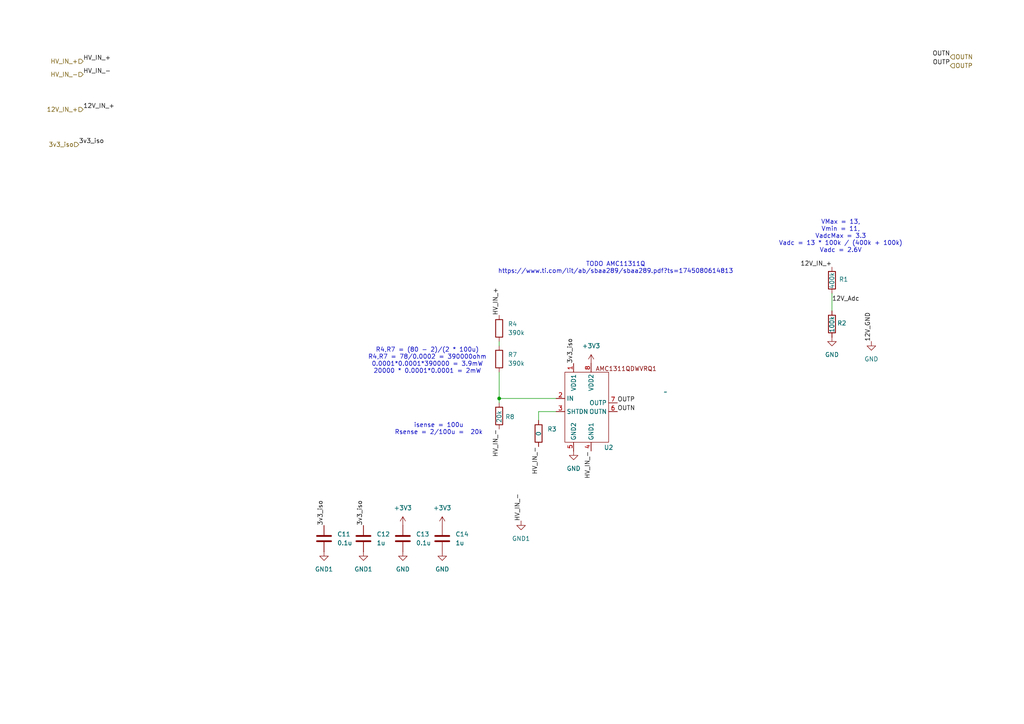
<source format=kicad_sch>
(kicad_sch (version 20231120) (generator "eeschema") (generator_version "8.0")
  (paper "A4")
  (lib_symbols
    (symbol "Device:C" (pin_numbers hide) (pin_names (offset 0.254))
      (property "Reference" "C" (at 0.635 2.54 0))
      (property "Value" "C" (at 0.635 -2.54 0))
      (symbol "C_0_1"
        (polyline (pts (xy -2.032 -0.762) (xy 2.032 -0.762)) (stroke (width 0.508)))
        (polyline (pts (xy -2.032 0.762) (xy 2.032 0.762)) (stroke (width 0.508)))
      )
      (symbol "C_1_1"
        (pin passive line (at 0 3.81 270) (length 2.794) (name "~") (number "1"))
        (pin passive line (at 0 -3.81 90) (length 2.794) (name "~") (number "2"))
      )
    )
    (symbol "Device:R" (pin_numbers hide) (pin_names (offset 0))
      (property "Reference" "R" (at 2.032 0 90))
      (property "Value" "R" (at 0 0 90))
      (symbol "R_0_1"
        (rectangle (start -1.016 -2.54) (end 1.016 2.54) (stroke (width 0.254)))
      )
      (symbol "R_1_1"
        (pin passive line (at 0 3.81 270) (length 1.27) (name "~") (number "1"))
        (pin passive line (at 0 -3.81 90) (length 1.27) (name "~") (number "2"))
      )
    )
    (symbol "New_Library:AMC1311QDWVRQ1"
      (property "Reference" "U" (at -7.62 7.366 0))
      (symbol "AMC1311QDWVRQ1_0_0"
        (pin power_in line (at -3.81 11.43 270) (length 2.54) (name "VDD1") (number "1"))
        (pin input line (at -8.89 1.27 0) (length 2.54) (name "IN") (number "2"))
        (pin input line (at -8.89 -2.54 0) (length 2.54) (name "SHTDN") (number "3"))
        (pin power_in line (at 1.27 -13.97 90) (length 2.54) (name "GND1") (number "4"))
        (pin power_in line (at -3.81 -13.97 90) (length 2.54) (name "GND2") (number "5"))
        (pin output line (at 8.89 -2.54 180) (length 2.54) (name "OUTN") (number "6"))
        (pin output line (at 8.89 0 180) (length 2.54) (name "OUTP") (number "7"))
        (pin input line (at 1.27 11.43 270) (length 2.54) (name "VDD2") (number "8"))
      )
      (symbol "AMC1311QDWVRQ1_0_1"
        (rectangle (start -6.35 8.89) (end 6.35 -11.43))
      )
      (symbol "AMC1311QDWVRQ1_1_1"
        (text "AMC1311QDWVRQ1" (at 11.43 9.906 0) (effects (font (size 1.27 1.27))))
      )
    )
    (symbol "power:+3V3" (power) (pin_numbers hide) (pin_names (offset 0) hide)
      (property "Value" "+3V3" (at 0 3.556 0))
      (symbol "+3V3_0_1"
        (polyline (pts (xy -0.762 1.27) (xy 0 2.54)))
        (polyline (pts (xy 0 0) (xy 0 2.54)))
        (polyline (pts (xy 0 2.54) (xy 0.762 1.27)))
      )
      (symbol "+3V3_1_1"
        (pin power_in line (at 0 0 90) (length 0) (name "~") (number "1"))
      )
    )
    (symbol "power:GND" (power) (pin_numbers hide) (pin_names (offset 0) hide)
      (property "Value" "GND" (at 0 -3.81 0))
      (symbol "GND_0_1"
        (polyline (pts (xy 0 0) (xy 0 -1.27) (xy 1.27 -1.27) (xy 0 -2.54) (xy -1.27 -1.27) (xy 0 -1.27)))
      )
      (symbol "GND_1_1"
        (pin power_in line (at 0 0 270) (length 0) (name "~") (number "1"))
      )
    )
    (symbol "power:GND1" (power) (pin_numbers hide) (pin_names (offset 0) hide)
      (property "Value" "GND1" (at 0 -3.81 0))
      (symbol "GND1_0_1"
        (polyline (pts (xy 0 0) (xy 0 -1.27) (xy 1.27 -1.27) (xy 0 -2.54) (xy -1.27 -1.27) (xy 0 -1.27)))
      )
      (symbol "GND1_1_1"
        (pin power_in line (at 0 0 270) (length 0) (name "~") (number "1"))
      )
    )
  )
  (junction (at 144.78 115.57))
  (wire (pts (xy 144.78 115.57) (xy 144.78 116.84)))
  (wire (pts (xy 241.3 85.09) (xy 241.3 90.17)))
  (wire (pts (xy 144.78 99.06) (xy 144.78 100.33)))
  (wire (pts (xy 144.78 115.57) (xy 161.29 115.57)))
  (wire (pts (xy 161.29 119.38) (xy 156.21 119.38)))
  (wire (pts (xy 144.78 107.95) (xy 144.78 115.57)))
  (wire (pts (xy 156.21 119.38) (xy 156.21 121.92)))
  (text "isense = 100u\nRsense = 2/100u =  20k" (at 127.254 124.46 0) (effects (font (size 1.27 1.27))))
  (text "R4,R7 = (80 - 2)/(2 * 100u)\nR4,R7 = 78/0.0002 = 390000ohm\n0.0001*0.0001*390000 = 3.9mW\n20000 * 0.0001*0.0001 = 2mW" (at 123.952 104.648 0) (effects (font (size 1.27 1.27))))
  (text "TODO AMC11311Q\nhttps://www.ti.com/lit/ab/sbaa289/sbaa289.pdf?ts=1745080614813" (at 178.562 77.724 0) (effects (font (size 1.27 1.27))))
  (text "VMax = 13,\nVmin = 11,\nVadcMax = 3.3\nVadc = 13 * 100k / (400k + 100k)\nVadc = 2.6V" (at 243.84 68.58 0) (effects (font (size 1.27 1.27))))
  (label "OUTN" (at 179.07 119.38 0))
  (label "3v3_iso" (at 166.37 105.41 90))
  (label "12V_IN_+" (at 24.13 31.75 0))
  (label "OUTP" (at 179.07 116.84 0))
  (label "3v3_iso" (at 93.98 152.4 90))
  (label "HV_IN_-" (at 171.45 130.81 270))
  (label "12V_IN_+" (at 241.3 77.47 180))
  (label "HV_IN_-" (at 156.21 129.54 270))
  (label "OUTP" (at 275.59 19.05 180))
  (label "3v3_iso" (at 105.41 152.4 90))
  (label "HV_IN_-" (at 24.13 21.59 0))
  (label "HV_IN_+" (at 144.78 91.44 90))
  (label "HV_IN_+" (at 24.13 17.78 0))
  (label "12V_Adc" (at 241.3 87.63 0))
  (label "HV_IN_-" (at 151.13 151.13 90))
  (label "HV_IN_-" (at 144.78 124.46 270))
  (label "OUTN" (at 275.59 16.51 180))
  (label "3v3_iso" (at 22.86 41.91 0))
  (label "12V_GND" (at 252.73 99.06 90))
  (hierarchical_label "OUTN" (shape input) (at 275.59 16.51 0))
  (hierarchical_label "12V_IN_+" (shape input) (at 24.13 31.75 180))
  (hierarchical_label "OUTP" (shape input) (at 275.59 19.05 0))
  (hierarchical_label "3v3_iso" (shape input) (at 22.86 41.91 180))
  (hierarchical_label "HV_IN_+" (shape input) (at 24.13 17.78 180))
  (hierarchical_label "HV_IN_-" (shape input) (at 24.13 21.59 180))
  (symbol (lib_id "power:+3V3") (at 128.27 152.4 0) (unit 1)
    (property "Reference" "#PWR033" (effects (hide yes)))
    (property "Value" "+3V3" (at 128.27 147.32 0))
    (property "Description" "Power symbol creates a global label with name \"+3V3\"" (effects (hide yes)))
  )
  (symbol (lib_id "power:GND") (at 128.27 160.02 0) (unit 1)
    (property "Reference" "#PWR035" (effects (hide yes)))
    (property "Value" "GND" (at 128.27 165.1 0))
    (property "Description" "Power symbol creates a global label with name \"GND\" , ground" (effects (hide yes)))
  )
  (symbol (lib_id "Device:C") (at 116.84 156.21 0) (unit 1)
    (property "Reference" "C13" (at 120.65 154.9399 0) (effects (justify left)))
    (property "Value" "0.1u" (at 120.65 157.4799 0) (effects (justify left)))
    (property "Footprint" "Capacitor_SMD:C_0402_1005Metric_Pad0.74x0.62mm_HandSolder" (effects (hide yes)))
    (property "Description" "Unpolarized capacitor" (effects (hide yes)))
  )
  (symbol (lib_id "Device:R") (at 156.21 125.73 0) (unit 1)
    (property "Reference" "R3" (at 158.75 124.4599 0) (effects (justify left)))
    (property "Value" "0" (at 156.21 126.492 90) (effects (justify left)))
    (property "Description" "Resistor" (effects (hide yes)))
  )
  (symbol (lib_id "Device:C") (at 128.27 156.21 0) (unit 1)
    (property "Reference" "C14" (at 132.08 154.9399 0) (effects (justify left)))
    (property "Value" "1u" (at 132.08 157.4799 0) (effects (justify left)))
    (property "Footprint" "Capacitor_SMD:C_0402_1005Metric_Pad0.74x0.62mm_HandSolder" (effects (hide yes)))
    (property "Description" "Unpolarized capacitor" (effects (hide yes)))
  )
  (symbol (lib_id "Device:R") (at 144.78 120.65 0) (unit 1)
    (property "Reference" "R8" (at 146.558 120.904 0) (effects (justify left)))
    (property "Value" "20k" (at 144.78 122.682 90) (effects (justify left)))
    (property "Footprint" "Capacitor_SMD:C_0805_2012Metric_Pad1.18x1.45mm_HandSolder" (effects (hide yes)))
    (property "Description" "Resistor" (effects (hide yes)))
  )
  (symbol (lib_id "power:GND") (at 241.3 97.79 0) (unit 1)
    (property "Reference" "#PWR05" (effects (hide yes)))
    (property "Value" "GND" (at 241.3 102.87 0))
    (property "Description" "Power symbol creates a global label with name \"GND\" , ground" (effects (hide yes)))
  )
  (symbol (lib_id "power:GND") (at 166.37 130.81 0) (unit 1)
    (property "Reference" "#PWR029" (effects (hide yes)))
    (property "Value" "GND" (at 166.37 135.89 0))
    (property "Description" "Power symbol creates a global label with name \"GND\" , ground" (effects (hide yes)))
  )
  (symbol (lib_id "Device:R") (at 144.78 104.14 0) (unit 1)
    (property "Reference" "R7" (at 147.32 102.8699 0) (effects (justify left)))
    (property "Value" "390k" (at 147.32 105.4099 0) (effects (justify left)))
    (property "Footprint" "Capacitor_SMD:C_0805_2012Metric_Pad1.18x1.45mm_HandSolder" (effects (hide yes)))
    (property "Description" "Resistor" (effects (hide yes)))
  )
  (symbol (lib_id "Device:R") (at 241.3 81.28 0) (unit 1)
    (property "Reference" "R1" (at 243.332 81.026 0) (effects (justify left)))
    (property "Value" "400k" (at 241.3 83.82 90) (effects (justify left)))
    (property "Footprint" "Resistor_SMD:R_0805_2012Metric" (effects (hide yes)))
    (property "Description" "Resistor" (effects (hide yes)))
  )
  (symbol (lib_id "power:GND") (at 252.73 99.06 0) (unit 1)
    (property "Reference" "#PWR06" (effects (hide yes)))
    (property "Value" "GND" (at 252.73 104.14 0))
    (property "Description" "Power symbol creates a global label with name \"GND\" , ground" (effects (hide yes)))
  )
  (symbol (lib_id "power:GND1") (at 105.41 160.02 0) (unit 1)
    (property "Reference" "#PWR032" (effects (hide yes)))
    (property "Value" "GND1" (at 105.41 165.1 0))
    (property "Description" "Power symbol creates a global label with name \"GND1\" , ground" (effects (hide yes)))
  )
  (symbol (lib_id "power:GND1") (at 93.98 160.02 0) (unit 1)
    (property "Reference" "#PWR031" (effects (hide yes)))
    (property "Value" "GND1" (at 93.98 165.1 0))
    (property "Description" "Power symbol creates a global label with name \"GND1\" , ground" (effects (hide yes)))
  )
  (symbol (lib_id "power:GND") (at 116.84 160.02 0) (unit 1)
    (property "Reference" "#PWR034" (effects (hide yes)))
    (property "Value" "GND" (at 116.84 165.1 0))
    (property "Description" "Power symbol creates a global label with name \"GND\" , ground" (effects (hide yes)))
  )
  (symbol (lib_id "Device:C") (at 105.41 156.21 0) (unit 1)
    (property "Reference" "C12" (at 109.22 154.9399 0) (effects (justify left)))
    (property "Value" "1u" (at 109.22 157.4799 0) (effects (justify left)))
    (property "Footprint" "Capacitor_SMD:C_0402_1005Metric_Pad0.74x0.62mm_HandSolder" (effects (hide yes)))
    (property "Description" "Unpolarized capacitor" (effects (hide yes)))
  )
  (symbol (lib_id "power:GND1") (at 151.13 151.13 0) (unit 1)
    (property "Reference" "#PWR028" (effects (hide yes)))
    (property "Value" "GND1" (at 151.13 156.21 0))
    (property "Description" "Power symbol creates a global label with name \"GND1\" , ground" (effects (hide yes)))
  )
  (symbol (lib_id "Device:R") (at 241.3 93.98 0) (unit 1)
    (property "Reference" "R2" (at 242.824 93.726 0) (effects (justify left)))
    (property "Value" "100k" (at 241.3 96.52 90) (effects (justify left)))
    (property "Footprint" "Resistor_SMD:R_0805_2012Metric" (effects (hide yes)))
    (property "Description" "Resistor" (effects (hide yes)))
  )
  (symbol (lib_id "power:+3V3") (at 116.84 152.4 0) (unit 1)
    (property "Reference" "#PWR030" (effects (hide yes)))
    (property "Value" "+3V3" (at 116.84 147.32 0))
    (property "Description" "Power symbol creates a global label with name \"+3V3\"" (effects (hide yes)))
  )
  (symbol (lib_id "Device:C") (at 93.98 156.21 0) (unit 1)
    (property "Reference" "C11" (at 97.79 154.9399 0) (effects (justify left)))
    (property "Value" "0.1u" (at 97.79 157.4799 0) (effects (justify left)))
    (property "Footprint" "Capacitor_SMD:C_0402_1005Metric_Pad0.74x0.62mm_HandSolder" (effects (hide yes)))
    (property "Description" "Unpolarized capacitor" (effects (hide yes)))
  )
  (symbol (lib_id "Device:R") (at 144.78 95.25 0) (unit 1)
    (property "Reference" "R4" (at 147.32 93.9799 0) (effects (justify left)))
    (property "Value" "390k" (at 147.32 96.5199 0) (effects (justify left)))
    (property "Footprint" "Capacitor_SMD:C_0805_2012Metric_Pad1.18x1.45mm_HandSolder" (effects (hide yes)))
    (property "Description" "Resistor" (effects (hide yes)))
  )
  (symbol (lib_id "New_Library:AMC1311QDWVRQ1") (at 170.18 116.84 0) (unit 1)
    (property "Reference" "U2" (at 176.53 129.794 0))
    (property "Value" "~" (at 193.04 113.6965 0))
  )
  (symbol (lib_id "power:+3V3") (at 171.45 105.41 0) (unit 1)
    (property "Reference" "#PWR027" (effects (hide yes)))
    (property "Value" "+3V3" (at 171.45 100.33 0))
    (property "Description" "Power symbol creates a global label with name \"+3V3\"" (effects (hide yes)))
  )
)
</source>
